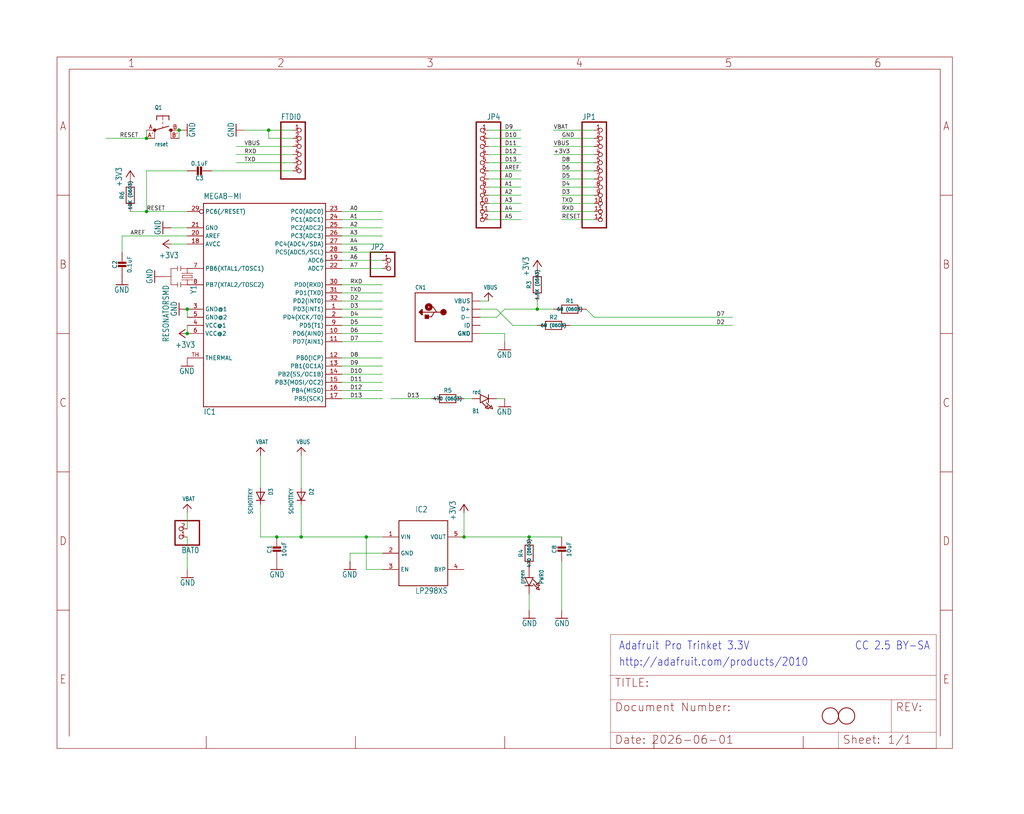
<source format=kicad_sch>
(kicad_sch (version 20230121) (generator eeschema)
  (paper "User" 319.507 254.127)
  (lib_symbols
    (symbol "working-eagle-import:+3V3" (power)
      (property "Value" "+3V3" (at -2.54 -5.08 90))
      (symbol "+3V3_1_0"
        (polyline (pts (xy 0 0) (xy -1.27 -1.905)) (stroke (width 0.254)))
        (polyline (pts (xy 1.27 -1.905) (xy 0 0)) (stroke (width 0.254)))
        (pin power_in line (at 0 -2.54 90) (length 2.54) (name "+3V3") (number "1"))
      )
    )
    (symbol "working-eagle-import:CAP_CERAMIC0805-NOOUTLINE"
      (property "Reference" "C" (at -2.29 1.25 90))
      (symbol "CAP_CERAMIC0805-NOOUTLINE_1_0"
        (rectangle (start -1.27 0.508) (end 1.27 1.016) (fill (type outline)))
        (rectangle (start -1.27 1.524) (end 1.27 2.032) (fill (type outline)))
        (polyline (pts (xy 0 0.762) (xy 0 0)) (stroke (width 0.1524)))
        (polyline (pts (xy 0 2.54) (xy 0 1.778)) (stroke (width 0.1524)))
        (pin passive line (at 0 5.08 270) (length 2.54) (name "1") (number "1"))
        (pin passive line (at 0 -2.54 90) (length 2.54) (name "2") (number "2"))
      )
    )
    (symbol "working-eagle-import:CAP_CERAMIC_0805MP"
      (property "Reference" "C" (at -2.29 1.25 90))
      (symbol "CAP_CERAMIC_0805MP_1_0"
        (rectangle (start -1.27 0.508) (end 1.27 1.016) (fill (type outline)))
        (rectangle (start -1.27 1.524) (end 1.27 2.032) (fill (type outline)))
        (polyline (pts (xy 0 0.762) (xy 0 0)) (stroke (width 0.1524)))
        (polyline (pts (xy 0 2.54) (xy 0 1.778)) (stroke (width 0.1524)))
        (pin passive line (at 0 5.08 270) (length 2.54) (name "1") (number "1"))
        (pin passive line (at 0 -2.54 90) (length 2.54) (name "2") (number "2"))
      )
    )
    (symbol "working-eagle-import:CON_JST_PH_2PIN"
      (property "Reference" "X" (at -6.35 5.715 0))
      (symbol "CON_JST_PH_2PIN_1_0"
        (polyline (pts (xy -6.35 -2.54) (xy 1.27 -2.54)) (stroke (width 0.4064)))
        (polyline (pts (xy -6.35 5.08) (xy -6.35 -2.54)) (stroke (width 0.4064)))
        (polyline (pts (xy 1.27 -2.54) (xy 1.27 5.08)) (stroke (width 0.4064)))
        (polyline (pts (xy 1.27 5.08) (xy -6.35 5.08)) (stroke (width 0.4064)))
        (pin passive inverted (at -2.54 2.54 0) (length 2.54) (name "1") (number "1"))
        (pin passive inverted (at -2.54 0 0) (length 2.54) (name "2") (number "2"))
      )
    )
    (symbol "working-eagle-import:DIODE_SOD-123FL"
      (property "Reference" "D" (at -2.54 2.54 0))
      (symbol "DIODE_SOD-123FL_1_0"
        (polyline (pts (xy -1.27 -1.27) (xy 1.27 0)) (stroke (width 0.254)))
        (polyline (pts (xy -1.27 1.27) (xy -1.27 -1.27)) (stroke (width 0.254)))
        (polyline (pts (xy 1.27 0) (xy -1.27 1.27)) (stroke (width 0.254)))
        (polyline (pts (xy 1.27 0) (xy 1.27 -1.27)) (stroke (width 0.254)))
        (polyline (pts (xy 1.27 1.27) (xy 1.27 0)) (stroke (width 0.254)))
        (pin passive line (at -2.54 0 0) (length 2.54) (name "A") (number "A"))
        (pin passive line (at 2.54 0 180) (length 2.54) (name "C") (number "C"))
      )
    )
    (symbol "working-eagle-import:FIDUCIAL"
      (symbol "FIDUCIAL_1_0"
        (circle (center 0 0) (radius 2.54) (stroke (width 0.254)))
      )
    )
    (symbol "working-eagle-import:FRAME_A_L"
      (symbol "FRAME_A_L_1_0"
        (polyline (pts (xy 0 43.18) (xy 3.81 43.18)))
        (polyline (pts (xy 0 86.36) (xy 3.81 86.36)))
        (polyline (pts (xy 0 129.54) (xy 3.81 129.54)))
        (polyline (pts (xy 0 172.72) (xy 3.81 172.72)))
        (polyline (pts (xy 3.81 3.81) (xy 3.81 212.09)))
        (polyline (pts (xy 46.5667 0) (xy 46.5667 3.81)))
        (polyline (pts (xy 93.1333 0) (xy 93.1333 3.81)))
        (polyline (pts (xy 139.7 0) (xy 139.7 3.81)))
        (polyline (pts (xy 186.2667 0) (xy 186.2667 3.81)))
        (polyline (pts (xy 232.8333 0) (xy 232.8333 3.81)))
        (polyline (pts (xy 275.59 3.81) (xy 275.59 212.09)))
        (polyline (pts (xy 275.59 43.18) (xy 279.4 43.18)))
        (polyline (pts (xy 275.59 86.36) (xy 279.4 86.36)))
        (polyline (pts (xy 275.59 129.54) (xy 279.4 129.54)))
        (polyline (pts (xy 275.59 172.72) (xy 279.4 172.72)))
        (polyline (pts (xy 275.59 212.09) (xy 3.81 212.09)))
        (polyline (pts (xy 0 0) (xy 279.4 0) (xy 279.4 215.9) (xy 0 215.9) (xy 0 0)))
        (text "1" (at 23.2833 213.995 0) (effects (font (size 2.54 2.286))))
        (text "2" (at 69.85 213.995 0) (effects (font (size 2.54 2.286))))
        (text "3" (at 116.4167 213.995 0) (effects (font (size 2.54 2.286))))
        (text "4" (at 162.9833 213.995 0) (effects (font (size 2.54 2.286))))
        (text "5" (at 209.55 213.995 0) (effects (font (size 2.54 2.286))))
        (text "6" (at 256.1167 213.995 0) (effects (font (size 2.54 2.286))))
        (text "A" (at 1.905 194.31 0) (effects (font (size 2.54 2.286))))
        (text "A" (at 277.495 194.31 0) (effects (font (size 2.54 2.286))))
        (text "B" (at 1.905 151.13 0) (effects (font (size 2.54 2.286))))
        (text "B" (at 277.495 151.13 0) (effects (font (size 2.54 2.286))))
        (text "C" (at 1.905 107.95 0) (effects (font (size 2.54 2.286))))
        (text "C" (at 277.495 107.95 0) (effects (font (size 2.54 2.286))))
        (text "D" (at 1.905 64.77 0) (effects (font (size 2.54 2.286))))
        (text "D" (at 277.495 64.77 0) (effects (font (size 2.54 2.286))))
        (text "E" (at 1.905 21.59 0) (effects (font (size 2.54 2.286))))
        (text "E" (at 277.495 21.59 0) (effects (font (size 2.54 2.286))))
      )
      (symbol "FRAME_A_L_2_0"
        (polyline (pts (xy 0 0) (xy 0 5.08)) (stroke (width 0.1016)))
        (polyline (pts (xy 0 0) (xy 71.12 0)) (stroke (width 0.1016)))
        (polyline (pts (xy 0 5.08) (xy 0 15.24)) (stroke (width 0.1016)))
        (polyline (pts (xy 0 5.08) (xy 71.12 5.08)) (stroke (width 0.1016)))
        (polyline (pts (xy 0 15.24) (xy 0 22.86)) (stroke (width 0.1016)))
        (polyline (pts (xy 0 22.86) (xy 0 35.56)) (stroke (width 0.1016)))
        (polyline (pts (xy 0 22.86) (xy 101.6 22.86)) (stroke (width 0.1016)))
        (polyline (pts (xy 71.12 0) (xy 101.6 0)) (stroke (width 0.1016)))
        (polyline (pts (xy 71.12 5.08) (xy 71.12 0)) (stroke (width 0.1016)))
        (polyline (pts (xy 71.12 5.08) (xy 87.63 5.08)) (stroke (width 0.1016)))
        (polyline (pts (xy 87.63 5.08) (xy 101.6 5.08)) (stroke (width 0.1016)))
        (polyline (pts (xy 87.63 15.24) (xy 0 15.24)) (stroke (width 0.1016)))
        (polyline (pts (xy 87.63 15.24) (xy 87.63 5.08)) (stroke (width 0.1016)))
        (polyline (pts (xy 101.6 5.08) (xy 101.6 0)) (stroke (width 0.1016)))
        (polyline (pts (xy 101.6 15.24) (xy 87.63 15.24)) (stroke (width 0.1016)))
        (polyline (pts (xy 101.6 15.24) (xy 101.6 5.08)) (stroke (width 0.1016)))
        (polyline (pts (xy 101.6 22.86) (xy 101.6 15.24)) (stroke (width 0.1016)))
        (polyline (pts (xy 101.6 35.56) (xy 0 35.56)) (stroke (width 0.1016)))
        (polyline (pts (xy 101.6 35.56) (xy 101.6 22.86)) (stroke (width 0.1016)))
        (text "${#}/${##}" (at 86.36 1.27 0) (effects (font (size 2.54 2.54)) (justify left bottom)))
        (text "${CURRENT_DATE}" (at 12.7 1.27 0) (effects (font (size 2.54 2.54)) (justify left bottom)))
        (text "${PROJECTNAME}" (at 17.78 19.05 0) (effects (font (size 2.54 2.54)) (justify left bottom)))
        (text "Date:" (at 1.27 1.27 0) (effects (font (size 2.54 2.54)) (justify left bottom)))
        (text "Document Number:" (at 1.27 11.43 0) (effects (font (size 2.54 2.54)) (justify left bottom)))
        (text "REV:" (at 88.9 11.43 0) (effects (font (size 2.54 2.54)) (justify left bottom)))
        (text "Sheet:" (at 72.39 1.27 0) (effects (font (size 2.54 2.54)) (justify left bottom)))
        (text "TITLE:" (at 1.27 19.05 0) (effects (font (size 2.54 2.54)) (justify left bottom)))
      )
    )
    (symbol "working-eagle-import:GND" (power)
      (property "Value" "GND" (at -2.54 -2.54 0))
      (symbol "GND_1_0"
        (polyline (pts (xy -1.905 0) (xy 1.905 0)) (stroke (width 0.254)))
        (pin power_in line (at 0 2.54 270) (length 2.54) (name "GND") (number "1"))
      )
    )
    (symbol "working-eagle-import:HEADER-1X2ROUND"
      (property "Reference" "JP" (at -6.35 5.715 0))
      (symbol "HEADER-1X2ROUND_1_0"
        (polyline (pts (xy -6.35 -2.54) (xy 1.27 -2.54)) (stroke (width 0.4064)))
        (polyline (pts (xy -6.35 5.08) (xy -6.35 -2.54)) (stroke (width 0.4064)))
        (polyline (pts (xy 1.27 -2.54) (xy 1.27 5.08)) (stroke (width 0.4064)))
        (polyline (pts (xy 1.27 5.08) (xy -6.35 5.08)) (stroke (width 0.4064)))
        (pin passive inverted (at -2.54 2.54 0) (length 2.54) (name "1") (number "1"))
        (pin passive inverted (at -2.54 0 0) (length 2.54) (name "2") (number "2"))
      )
    )
    (symbol "working-eagle-import:LED0805_NOOUTLINE"
      (property "Reference" "LED" (at -5.08 3.175 0))
      (symbol "LED0805_NOOUTLINE_1_0"
        (polyline (pts (xy -2.54 -1.27) (xy 0 0)) (stroke (width 0.254)))
        (polyline (pts (xy -2.54 1.27) (xy -2.54 -1.27)) (stroke (width 0.254)))
        (polyline (pts (xy -1.905 1.27) (xy -0.635 2.54)) (stroke (width 0.254)))
        (polyline (pts (xy -0.9525 2.8575) (xy -0.3175 2.2225)) (stroke (width 0.254)))
        (polyline (pts (xy -0.635 1.27) (xy 0.635 2.54)) (stroke (width 0.254)))
        (polyline (pts (xy -0.3175 2.2225) (xy 0 3.175)) (stroke (width 0.254)))
        (polyline (pts (xy 0 0) (xy -2.54 1.27)) (stroke (width 0.254)))
        (polyline (pts (xy 0 0) (xy 0 -1.27)) (stroke (width 0.254)))
        (polyline (pts (xy 0 1.27) (xy 0 0)) (stroke (width 0.254)))
        (polyline (pts (xy 0 3.175) (xy -0.9525 2.8575)) (stroke (width 0.254)))
        (polyline (pts (xy 0.3175 2.8575) (xy 0.9525 2.2225)) (stroke (width 0.254)))
        (polyline (pts (xy 0.9525 2.2225) (xy 1.27 3.175)) (stroke (width 0.254)))
        (polyline (pts (xy 1.27 3.175) (xy 0.3175 2.8575)) (stroke (width 0.254)))
        (pin passive line (at -5.08 0 0) (length 2.54) (name "A") (number "A"))
        (pin passive line (at 2.54 0 180) (length 2.54) (name "C") (number "C"))
      )
    )
    (symbol "working-eagle-import:LP298XS"
      (property "Reference" "IC" (at -12.7 -5.08 90))
      (symbol "LP298XS_1_0"
        (polyline (pts (xy -10.16 -10.16) (xy 10.16 -10.16)) (stroke (width 0.254)))
        (polyline (pts (xy -10.16 5.08) (xy -10.16 -10.16)) (stroke (width 0.254)))
        (polyline (pts (xy 10.16 -10.16) (xy 10.16 5.08)) (stroke (width 0.254)))
        (polyline (pts (xy 10.16 5.08) (xy -10.16 5.08)) (stroke (width 0.254)))
        (pin bidirectional line (at -5.08 -15.24 90) (length 5.08) (name "VIN") (number "1"))
        (pin bidirectional line (at 0 -15.24 90) (length 5.08) (name "GND") (number "2"))
        (pin bidirectional line (at 5.08 -15.24 90) (length 5.08) (name "EN") (number "3"))
        (pin bidirectional line (at 5.08 10.16 270) (length 5.08) (name "BYP") (number "4"))
        (pin bidirectional line (at -5.08 10.16 270) (length 5.08) (name "VOUT") (number "5"))
      )
    )
    (symbol "working-eagle-import:MEGA8-MI"
      (property "Reference" "IC" (at -17.78 -38.1 0))
      (symbol "MEGA8-MI_1_0"
        (polyline (pts (xy -17.78 -35.56) (xy -17.78 27.94)) (stroke (width 0.254)))
        (polyline (pts (xy -17.78 27.94) (xy 20.32 27.94)) (stroke (width 0.254)))
        (polyline (pts (xy 20.32 -35.56) (xy -17.78 -35.56)) (stroke (width 0.254)))
        (polyline (pts (xy 20.32 27.94) (xy 20.32 -35.56)) (stroke (width 0.254)))
        (pin bidirectional line (at 25.4 -5.08 180) (length 5.08) (name "PD3(INT1)") (number "1"))
        (pin bidirectional line (at 25.4 -12.7 180) (length 5.08) (name "PD6(AIN0)") (number "10"))
        (pin bidirectional line (at 25.4 -15.24 180) (length 5.08) (name "PD7(AIN1)") (number "11"))
        (pin bidirectional line (at 25.4 -20.32 180) (length 5.08) (name "PB0(ICP)") (number "12"))
        (pin bidirectional line (at 25.4 -22.86 180) (length 5.08) (name "PB1(OC1A)") (number "13"))
        (pin bidirectional line (at 25.4 -25.4 180) (length 5.08) (name "PB2(SS/OC1B)") (number "14"))
        (pin bidirectional line (at 25.4 -27.94 180) (length 5.08) (name "PB3(MOSI/OC2)") (number "15"))
        (pin bidirectional line (at 25.4 -30.48 180) (length 5.08) (name "PB4(MISO)") (number "16"))
        (pin bidirectional line (at 25.4 -33.02 180) (length 5.08) (name "PB5(SCK)") (number "17"))
        (pin power_in line (at -22.86 15.24 0) (length 5.08) (name "AVCC") (number "18"))
        (pin bidirectional line (at 25.4 10.16 180) (length 5.08) (name "ADC6") (number "19"))
        (pin bidirectional line (at 25.4 -7.62 180) (length 5.08) (name "PD4(XCK/T0)") (number "2"))
        (pin passive line (at -22.86 17.78 0) (length 5.08) (name "AREF") (number "20"))
        (pin power_in line (at -22.86 20.32 0) (length 5.08) (name "GND") (number "21"))
        (pin bidirectional line (at 25.4 7.62 180) (length 5.08) (name "ADC7") (number "22"))
        (pin bidirectional line (at 25.4 25.4 180) (length 5.08) (name "PC0(ADC0)") (number "23"))
        (pin bidirectional line (at 25.4 22.86 180) (length 5.08) (name "PC1(ADC1)") (number "24"))
        (pin bidirectional line (at 25.4 20.32 180) (length 5.08) (name "PC2(ADC2)") (number "25"))
        (pin bidirectional line (at 25.4 17.78 180) (length 5.08) (name "PC3(ADC3)") (number "26"))
        (pin bidirectional line (at 25.4 15.24 180) (length 5.08) (name "PC4(ADC4/SDA)") (number "27"))
        (pin bidirectional line (at 25.4 12.7 180) (length 5.08) (name "PC5(ADC5/SCL)") (number "28"))
        (pin bidirectional inverted (at -22.86 25.4 0) (length 5.08) (name "PC6(/RESET)") (number "29"))
        (pin power_in line (at -22.86 -5.08 0) (length 5.08) (name "GND@1") (number "3"))
        (pin bidirectional line (at 25.4 2.54 180) (length 5.08) (name "PD0(RXD)") (number "30"))
        (pin bidirectional line (at 25.4 0 180) (length 5.08) (name "PD1(TXD)") (number "31"))
        (pin bidirectional line (at 25.4 -2.54 180) (length 5.08) (name "PD2(INT0)") (number "32"))
        (pin power_in line (at -22.86 -10.16 0) (length 5.08) (name "VCC@1") (number "4"))
        (pin power_in line (at -22.86 -7.62 0) (length 5.08) (name "GND@2") (number "5"))
        (pin power_in line (at -22.86 -12.7 0) (length 5.08) (name "VCC@2") (number "6"))
        (pin bidirectional line (at -22.86 7.62 0) (length 5.08) (name "PB6(XTAL1/TOSC1)") (number "7"))
        (pin bidirectional line (at -22.86 2.54 0) (length 5.08) (name "PB7(XTAL2/TOSC2)") (number "8"))
        (pin bidirectional line (at 25.4 -10.16 180) (length 5.08) (name "PD5(T1)") (number "9"))
        (pin passive line (at -22.86 -20.32 0) (length 5.08) (name "THERMAL") (number "TH"))
      )
    )
    (symbol "working-eagle-import:PINHD-1X12-CB"
      (property "Reference" "JP" (at -6.35 15.875 0))
      (symbol "PINHD-1X12-CB_1_0"
        (polyline (pts (xy -6.35 -17.78) (xy 1.27 -17.78)) (stroke (width 0.4064)))
        (polyline (pts (xy -6.35 15.24) (xy -6.35 -17.78)) (stroke (width 0.4064)))
        (polyline (pts (xy 1.27 -17.78) (xy 1.27 15.24)) (stroke (width 0.4064)))
        (polyline (pts (xy 1.27 15.24) (xy -6.35 15.24)) (stroke (width 0.4064)))
        (pin passive inverted (at -2.54 12.7 0) (length 2.54) (name "1") (number "1"))
        (pin passive inverted (at -2.54 -10.16 0) (length 2.54) (name "10") (number "10"))
        (pin passive inverted (at -2.54 -12.7 0) (length 2.54) (name "11") (number "11"))
        (pin passive inverted (at -2.54 -15.24 0) (length 2.54) (name "12") (number "12"))
        (pin passive inverted (at -2.54 10.16 0) (length 2.54) (name "2") (number "2"))
        (pin passive inverted (at -2.54 7.62 0) (length 2.54) (name "3") (number "3"))
        (pin passive inverted (at -2.54 5.08 0) (length 2.54) (name "4") (number "4"))
        (pin passive inverted (at -2.54 2.54 0) (length 2.54) (name "5") (number "5"))
        (pin passive inverted (at -2.54 0 0) (length 2.54) (name "6") (number "6"))
        (pin passive inverted (at -2.54 -2.54 0) (length 2.54) (name "7") (number "7"))
        (pin passive inverted (at -2.54 -5.08 0) (length 2.54) (name "8") (number "8"))
        (pin passive inverted (at -2.54 -7.62 0) (length 2.54) (name "9") (number "9"))
      )
    )
    (symbol "working-eagle-import:PINHD-1X6CB"
      (property "Reference" "JP" (at -6.35 10.795 0))
      (symbol "PINHD-1X6CB_1_0"
        (polyline (pts (xy -6.35 -7.62) (xy 1.27 -7.62)) (stroke (width 0.4064)))
        (polyline (pts (xy -6.35 10.16) (xy -6.35 -7.62)) (stroke (width 0.4064)))
        (polyline (pts (xy 1.27 -7.62) (xy 1.27 10.16)) (stroke (width 0.4064)))
        (polyline (pts (xy 1.27 10.16) (xy -6.35 10.16)) (stroke (width 0.4064)))
        (pin passive inverted (at -2.54 7.62 0) (length 2.54) (name "1") (number "1"))
        (pin passive inverted (at -2.54 5.08 0) (length 2.54) (name "2") (number "2"))
        (pin passive inverted (at -2.54 2.54 0) (length 2.54) (name "3") (number "3"))
        (pin passive inverted (at -2.54 0 0) (length 2.54) (name "4") (number "4"))
        (pin passive inverted (at -2.54 -2.54 0) (length 2.54) (name "5") (number "5"))
        (pin passive inverted (at -2.54 -5.08 0) (length 2.54) (name "6") (number "6"))
      )
    )
    (symbol "working-eagle-import:RESISTOR0805_NOOUTLINE"
      (property "Reference" "R" (at 0 2.54 0))
      (symbol "RESISTOR0805_NOOUTLINE_1_0"
        (polyline (pts (xy -2.54 -1.27) (xy -2.54 1.27)) (stroke (width 0.254)))
        (polyline (pts (xy -2.54 1.27) (xy 2.54 1.27)) (stroke (width 0.254)))
        (polyline (pts (xy 2.54 -1.27) (xy -2.54 -1.27)) (stroke (width 0.254)))
        (polyline (pts (xy 2.54 1.27) (xy 2.54 -1.27)) (stroke (width 0.254)))
        (pin passive line (at -5.08 0 0) (length 2.54) (name "1") (number "1"))
        (pin passive line (at 5.08 0 180) (length 2.54) (name "2") (number "2"))
      )
    )
    (symbol "working-eagle-import:RESISTOR_0603_NOOUT"
      (property "Reference" "R" (at 0 2.54 0))
      (symbol "RESISTOR_0603_NOOUT_1_0"
        (polyline (pts (xy -2.54 -1.27) (xy -2.54 1.27)) (stroke (width 0.254)))
        (polyline (pts (xy -2.54 1.27) (xy 2.54 1.27)) (stroke (width 0.254)))
        (polyline (pts (xy 2.54 -1.27) (xy -2.54 -1.27)) (stroke (width 0.254)))
        (polyline (pts (xy 2.54 1.27) (xy 2.54 -1.27)) (stroke (width 0.254)))
        (pin passive line (at -5.08 0 0) (length 2.54) (name "1") (number "1"))
        (pin passive line (at 5.08 0 180) (length 2.54) (name "2") (number "2"))
      )
    )
    (symbol "working-eagle-import:RESONATORSMD"
      (property "Reference" "Y" (at 2.54 1.016 0))
      (symbol "RESONATORSMD_1_0"
        (polyline (pts (xy -2.54 -3.048) (xy -3.302 -3.048)) (stroke (width 0.1524)))
        (polyline (pts (xy -2.54 -3.048) (xy -2.54 -5.08)) (stroke (width 0.1524)))
        (polyline (pts (xy -2.54 -2.032) (xy -3.302 -2.032)) (stroke (width 0.1524)))
        (polyline (pts (xy -2.54 -2.032) (xy -2.54 0)) (stroke (width 0.1524)))
        (polyline (pts (xy -2.54 0) (xy -1.016 0)) (stroke (width 0.1524)))
        (polyline (pts (xy -1.778 -3.048) (xy -2.54 -3.048)) (stroke (width 0.1524)))
        (polyline (pts (xy -1.778 -2.032) (xy -2.54 -2.032)) (stroke (width 0.1524)))
        (polyline (pts (xy -1.016 0) (xy -1.016 -1.778)) (stroke (width 0.1524)))
        (polyline (pts (xy -1.016 1.778) (xy -1.016 0)) (stroke (width 0.1524)))
        (polyline (pts (xy -0.381 -1.524) (xy 0.381 -1.524)) (stroke (width 0.1524)))
        (polyline (pts (xy -0.381 1.524) (xy -0.381 -1.524)) (stroke (width 0.1524)))
        (polyline (pts (xy 0 -5.08) (xy -2.54 -5.08)) (stroke (width 0.1524)))
        (polyline (pts (xy 0 -5.08) (xy 0 -7.62)) (stroke (width 0.1524)))
        (polyline (pts (xy 0.381 -1.524) (xy 0.381 1.524)) (stroke (width 0.1524)))
        (polyline (pts (xy 0.381 1.524) (xy -0.381 1.524)) (stroke (width 0.1524)))
        (polyline (pts (xy 1.016 0) (xy 1.016 -1.778)) (stroke (width 0.1524)))
        (polyline (pts (xy 1.016 0) (xy 2.54 0)) (stroke (width 0.1524)))
        (polyline (pts (xy 1.016 1.778) (xy 1.016 0)) (stroke (width 0.1524)))
        (polyline (pts (xy 2.54 -5.08) (xy 0 -5.08)) (stroke (width 0.1524)))
        (polyline (pts (xy 2.54 -3.048) (xy 1.778 -3.048)) (stroke (width 0.1524)))
        (polyline (pts (xy 2.54 -3.048) (xy 2.54 -5.08)) (stroke (width 0.1524)))
        (polyline (pts (xy 2.54 -2.032) (xy 1.778 -2.032)) (stroke (width 0.1524)))
        (polyline (pts (xy 2.54 0) (xy 2.54 -2.032)) (stroke (width 0.1524)))
        (polyline (pts (xy 3.302 -3.048) (xy 2.54 -3.048)) (stroke (width 0.1524)))
        (polyline (pts (xy 3.302 -2.032) (xy 2.54 -2.032)) (stroke (width 0.1524)))
        (pin passive line (at -2.54 0 0) (length 0) (name "1") (number "1"))
        (pin passive line (at 0 -7.62 90) (length 0) (name "2") (number "2"))
        (pin passive line (at 2.54 0 180) (length 0) (name "3") (number "3"))
      )
    )
    (symbol "working-eagle-import:SWITCH_TACT_SMT4.6X2.8"
      (property "Reference" "SW" (at -2.54 6.35 0))
      (symbol "SWITCH_TACT_SMT4.6X2.8_1_0"
        (circle (center -2.54 0) (radius 0.127) (stroke (width 0.4064)))
        (polyline (pts (xy -2.54 -2.54) (xy -2.54 0)) (stroke (width 0.1524)))
        (polyline (pts (xy -2.54 0) (xy 1.905 1.27)) (stroke (width 0.254)))
        (polyline (pts (xy -1.905 4.445) (xy -1.905 3.175)) (stroke (width 0.254)))
        (polyline (pts (xy 0 1.27) (xy 0 0.635)) (stroke (width 0.1524)))
        (polyline (pts (xy 0 2.54) (xy 0 1.905)) (stroke (width 0.1524)))
        (polyline (pts (xy 0 4.445) (xy -1.905 4.445)) (stroke (width 0.254)))
        (polyline (pts (xy 0 4.445) (xy 0 3.175)) (stroke (width 0.1524)))
        (polyline (pts (xy 1.905 0) (xy 2.54 0)) (stroke (width 0.254)))
        (polyline (pts (xy 1.905 4.445) (xy 0 4.445)) (stroke (width 0.254)))
        (polyline (pts (xy 1.905 4.445) (xy 1.905 3.175)) (stroke (width 0.254)))
        (polyline (pts (xy 2.54 -2.54) (xy 2.54 0)) (stroke (width 0.1524)))
        (circle (center 2.54 0) (radius 0.127) (stroke (width 0.4064)))
        (pin passive line (at -5.08 0 0) (length 2.54) (name "P") (number "A"))
        (pin passive line (at -5.08 -2.54 0) (length 2.54) (name "P1") (number "A'"))
        (pin passive line (at 5.08 0 180) (length 2.54) (name "S") (number "B"))
        (pin passive line (at 5.08 -2.54 180) (length 2.54) (name "S1") (number "B'"))
      )
    )
    (symbol "working-eagle-import:USBMICRO_20329"
      (property "Reference" "X" (at -10.16 8.636 0))
      (symbol "USBMICRO_20329_1_0"
        (rectangle (start -7.12 -0.45) (end -5.92 0.75) (fill (type outline)))
        (circle (center -5.92 3.2) (radius 0.2) (stroke (width 1)))
        (circle (center -1.32 1.6) (radius 0.5) (stroke (width 1)))
        (polyline (pts (xy -10.2 7.62) (xy -10.16 7.62)) (stroke (width 0.254)))
        (polyline (pts (xy -10.16 -7.62) (xy 7.62 -7.62)) (stroke (width 0.254)))
        (polyline (pts (xy -10.16 7.62) (xy -10.16 -7.62)) (stroke (width 0.254)))
        (polyline (pts (xy -10.16 7.62) (xy 7.62 7.62)) (stroke (width 0.254)))
        (polyline (pts (xy -8.92 1.6) (xy -8.12 2.4)) (stroke (width 0.254)))
        (polyline (pts (xy -8.52 1.4) (xy -8.32 1.2)) (stroke (width 0.254)))
        (polyline (pts (xy -8.52 1.6) (xy -8.52 1.4)) (stroke (width 0.254)))
        (polyline (pts (xy -8.32 1.2) (xy -8.32 2)) (stroke (width 0.254)))
        (polyline (pts (xy -8.32 2) (xy -8.72 1.6)) (stroke (width 0.254)))
        (polyline (pts (xy -8.12 0.8) (xy -8.92 1.6)) (stroke (width 0.254)))
        (polyline (pts (xy -8.12 1) (xy -8.12 2.4)) (stroke (width 0.254)))
        (polyline (pts (xy -8.12 2.4) (xy -7.92 2.4)) (stroke (width 0.254)))
        (polyline (pts (xy -7.92 0.8) (xy -8.12 0.8)) (stroke (width 0.254)))
        (polyline (pts (xy -7.92 1.6) (xy -7.92 0.8)) (stroke (width 0.254)))
        (polyline (pts (xy -7.92 2.4) (xy -7.92 1.6)) (stroke (width 0.254)))
        (polyline (pts (xy -6.27 0.15) (xy -5.07 0.15)) (stroke (width 0.254)))
        (polyline (pts (xy -5.52 3.2) (xy -4.52 3.2)) (stroke (width 0.254)))
        (polyline (pts (xy -5.07 0.15) (xy -4.22 1.6)) (stroke (width 0.254)))
        (polyline (pts (xy -4.52 3.2) (xy -3.47 1.6)) (stroke (width 0.254)))
        (polyline (pts (xy -4.22 1.6) (xy -7.92 1.6)) (stroke (width 0.254)))
        (polyline (pts (xy -3.47 1.6) (xy -4.22 1.6)) (stroke (width 0.254)))
        (polyline (pts (xy -1.32 1.6) (xy -3.47 1.6)) (stroke (width 0.254)))
        (polyline (pts (xy 7.62 7.62) (xy 7.62 -7.62)) (stroke (width 0.254)))
        (pin power_in line (at 10.16 -5.08 180) (length 2.54) (name "GND") (number "BASE@1"))
        (pin power_in line (at 10.16 -5.08 180) (length 2.54) (name "GND") (number "BASE@2"))
        (pin bidirectional line (at 10.16 2.54 180) (length 2.54) (name "D+") (number "D+"))
        (pin bidirectional line (at 10.16 0 180) (length 2.54) (name "D-") (number "D-"))
        (pin power_in line (at 10.16 -5.08 180) (length 2.54) (name "GND") (number "GND"))
        (pin bidirectional line (at 10.16 -2.54 180) (length 2.54) (name "ID") (number "ID"))
        (pin power_in line (at 10.16 -5.08 180) (length 2.54) (name "GND") (number "SPRT@1"))
        (pin power_in line (at 10.16 -5.08 180) (length 2.54) (name "GND") (number "SPRT@2"))
        (pin power_in line (at 10.16 -5.08 180) (length 2.54) (name "GND") (number "SPRT@3"))
        (pin power_in line (at 10.16 -5.08 180) (length 2.54) (name "GND") (number "SPRT@4"))
        (pin power_in line (at 10.16 5.08 180) (length 2.54) (name "VBUS") (number "VBUS"))
      )
    )
    (symbol "working-eagle-import:VBAT" (power)
      (property "Value" "VBAT" (at -1.524 1.016 0))
      (symbol "VBAT_1_0"
        (polyline (pts (xy -1.27 -1.27) (xy 0 0)) (stroke (width 0.254)))
        (polyline (pts (xy 0 0) (xy 1.27 -1.27)) (stroke (width 0.254)))
        (pin power_in line (at 0 -2.54 90) (length 2.54) (name "VBAT") (number "1"))
      )
    )
    (symbol "working-eagle-import:VBUS" (power)
      (property "Value" "VBUS" (at -1.524 1.016 0))
      (symbol "VBUS_1_0"
        (polyline (pts (xy -1.27 -1.27) (xy 0 0)) (stroke (width 0.254)))
        (polyline (pts (xy 0 0) (xy 1.27 -1.27)) (stroke (width 0.254)))
        (pin power_in line (at 0 -2.54 90) (length 2.54) (name "VBUS") (number "1"))
      )
    )
  )
  (junction (at 58.42 96.52))
  (junction (at 58.42 104.14))
  (junction (at 45.72 43.18))
  (junction (at 83.82 40.64))
  (junction (at 86.36 167.64))
  (junction (at 55.88 40.64))
  (junction (at 114.3 167.64))
  (junction (at 144.78 167.64))
  (junction (at 167.64 96.52))
  (junction (at 165.1 167.64))
  (junction (at 93.98 167.64))
  (junction (at 45.72 66.04))
  (wire (pts (xy 152.4 40.64) (xy 162.56 40.64)) (stroke (width 0.1524)))
  (wire (pts (xy 152.4 58.42) (xy 162.56 58.42)) (stroke (width 0.1524)))
  (wire (pts (xy 119.38 83.82) (xy 106.68 83.82)) (stroke (width 0.1524)))
  (wire (pts (xy 114.3 167.64) (xy 119.38 167.64)) (stroke (width 0.1524)))
  (wire (pts (xy 53.34 76.2) (xy 58.42 76.2)) (stroke (width 0.1524)))
  (wire (pts (xy 119.38 88.9) (xy 106.68 88.9)) (stroke (width 0.1524)))
  (wire (pts (xy 175.26 58.42) (xy 185.42 58.42)) (stroke (width 0.1524)))
  (wire (pts (xy 157.48 124.46) (xy 154.94 124.46)) (stroke (width 0.1524)))
  (wire (pts (xy 91.44 53.34) (xy 66.04 53.34)) (stroke (width 0.1524)))
  (wire (pts (xy 119.38 177.8) (xy 114.3 177.8)) (stroke (width 0.1524)))
  (wire (pts (xy 119.38 73.66) (xy 106.68 73.66)) (stroke (width 0.1524)))
  (wire (pts (xy 58.42 101.6) (xy 58.42 104.14)) (stroke (width 0.1524)))
  (wire (pts (xy 167.64 93.98) (xy 167.64 96.52)) (stroke (width 0.1524)))
  (wire (pts (xy 185.42 48.26) (xy 172.72 48.26)) (stroke (width 0.1524)))
  (wire (pts (xy 175.26 53.34) (xy 185.42 53.34)) (stroke (width 0.1524)))
  (wire (pts (xy 106.68 116.84) (xy 119.38 116.84)) (stroke (width 0.1524)))
  (wire (pts (xy 106.68 66.04) (xy 119.38 66.04)) (stroke (width 0.1524)))
  (wire (pts (xy 114.3 177.8) (xy 114.3 167.64)) (stroke (width 0.1524)))
  (wire (pts (xy 160.02 101.6) (xy 167.64 101.6)) (stroke (width 0.1524)))
  (wire (pts (xy 185.42 50.8) (xy 175.26 50.8)) (stroke (width 0.1524)))
  (wire (pts (xy 119.38 96.52) (xy 106.68 96.52)) (stroke (width 0.1524)))
  (wire (pts (xy 185.42 60.96) (xy 175.26 60.96)) (stroke (width 0.1524)))
  (wire (pts (xy 157.48 96.52) (xy 167.64 96.52)) (stroke (width 0.1524)))
  (wire (pts (xy 38.1 73.66) (xy 38.1 78.74)) (stroke (width 0.1524)))
  (wire (pts (xy 149.86 104.14) (xy 157.48 104.14)) (stroke (width 0.1524)))
  (wire (pts (xy 185.42 68.58) (xy 175.26 68.58)) (stroke (width 0.1524)))
  (wire (pts (xy 109.22 172.72) (xy 109.22 175.26)) (stroke (width 0.1524)))
  (wire (pts (xy 149.86 99.06) (xy 154.94 99.06)) (stroke (width 0.1524)))
  (wire (pts (xy 152.4 53.34) (xy 162.56 53.34)) (stroke (width 0.1524)))
  (wire (pts (xy 73.66 50.8) (xy 91.44 50.8)) (stroke (width 0.1524)))
  (wire (pts (xy 152.4 55.88) (xy 162.56 55.88)) (stroke (width 0.1524)))
  (wire (pts (xy 83.82 40.64) (xy 76.2 40.64)) (stroke (width 0.1524)))
  (wire (pts (xy 91.44 48.26) (xy 73.66 48.26)) (stroke (width 0.1524)))
  (wire (pts (xy 45.72 53.34) (xy 45.72 66.04)) (stroke (width 0.1524)))
  (wire (pts (xy 93.98 167.64) (xy 86.36 167.64)) (stroke (width 0.1524)))
  (wire (pts (xy 119.38 71.12) (xy 106.68 71.12)) (stroke (width 0.1524)))
  (wire (pts (xy 106.68 106.68) (xy 119.38 106.68)) (stroke (width 0.1524)))
  (wire (pts (xy 152.4 60.96) (xy 162.56 60.96)) (stroke (width 0.1524)))
  (wire (pts (xy 106.68 68.58) (xy 119.38 68.58)) (stroke (width 0.1524)))
  (wire (pts (xy 58.42 165.1) (xy 58.42 160.02)) (stroke (width 0.1524)))
  (wire (pts (xy 106.68 119.38) (xy 119.38 119.38)) (stroke (width 0.1524)))
  (wire (pts (xy 154.94 96.52) (xy 160.02 101.6)) (stroke (width 0.1524)))
  (wire (pts (xy 45.72 66.04) (xy 40.64 66.04)) (stroke (width 0.1524)))
  (wire (pts (xy 106.68 114.3) (xy 119.38 114.3)) (stroke (width 0.1524)))
  (wire (pts (xy 53.34 71.12) (xy 58.42 71.12)) (stroke (width 0.1524)))
  (wire (pts (xy 177.8 101.6) (xy 228.6 101.6)) (stroke (width 0.1524)))
  (wire (pts (xy 167.64 96.52) (xy 172.72 96.52)) (stroke (width 0.1524)))
  (wire (pts (xy 45.72 43.18) (xy 33.02 43.18)) (stroke (width 0.1524)))
  (wire (pts (xy 152.4 48.26) (xy 162.56 48.26)) (stroke (width 0.1524)))
  (wire (pts (xy 185.42 45.72) (xy 172.72 45.72)) (stroke (width 0.1524)))
  (wire (pts (xy 185.42 99.06) (xy 228.6 99.06)) (stroke (width 0.1524)))
  (wire (pts (xy 154.94 99.06) (xy 157.48 96.52)) (stroke (width 0.1524)))
  (wire (pts (xy 55.88 43.18) (xy 55.88 40.64)) (stroke (width 0.1524)))
  (wire (pts (xy 119.38 91.44) (xy 106.68 91.44)) (stroke (width 0.1524)))
  (wire (pts (xy 144.78 160.02) (xy 144.78 167.64)) (stroke (width 0.1524)))
  (wire (pts (xy 152.4 50.8) (xy 162.56 50.8)) (stroke (width 0.1524)))
  (wire (pts (xy 58.42 53.34) (xy 45.72 53.34)) (stroke (width 0.1524)))
  (wire (pts (xy 93.98 167.64) (xy 114.3 167.64)) (stroke (width 0.1524)))
  (wire (pts (xy 106.68 101.6) (xy 119.38 101.6)) (stroke (width 0.1524)))
  (wire (pts (xy 119.38 172.72) (xy 109.22 172.72)) (stroke (width 0.1524)))
  (wire (pts (xy 93.98 157.48) (xy 93.98 167.64)) (stroke (width 0.1524)))
  (wire (pts (xy 152.4 63.5) (xy 162.56 63.5)) (stroke (width 0.1524)))
  (wire (pts (xy 157.48 104.14) (xy 157.48 106.68)) (stroke (width 0.1524)))
  (wire (pts (xy 185.42 43.18) (xy 175.26 43.18)) (stroke (width 0.1524)))
  (wire (pts (xy 149.86 96.52) (xy 154.94 96.52)) (stroke (width 0.1524)))
  (wire (pts (xy 119.38 76.2) (xy 106.68 76.2)) (stroke (width 0.1524)))
  (wire (pts (xy 152.4 45.72) (xy 162.56 45.72)) (stroke (width 0.1524)))
  (wire (pts (xy 58.42 99.06) (xy 58.42 96.52)) (stroke (width 0.1524)))
  (wire (pts (xy 106.68 124.46) (xy 119.38 124.46)) (stroke (width 0.1524)))
  (wire (pts (xy 106.68 93.98) (xy 119.38 93.98)) (stroke (width 0.1524)))
  (wire (pts (xy 91.44 43.18) (xy 83.82 43.18)) (stroke (width 0.1524)))
  (wire (pts (xy 106.68 111.76) (xy 119.38 111.76)) (stroke (width 0.1524)))
  (wire (pts (xy 152.4 43.18) (xy 162.56 43.18)) (stroke (width 0.1524)))
  (wire (pts (xy 45.72 43.18) (xy 45.72 40.64)) (stroke (width 0.1524)))
  (wire (pts (xy 185.42 66.04) (xy 175.26 66.04)) (stroke (width 0.1524)))
  (wire (pts (xy 81.28 167.64) (xy 81.28 157.48)) (stroke (width 0.1524)))
  (wire (pts (xy 119.38 104.14) (xy 106.68 104.14)) (stroke (width 0.1524)))
  (wire (pts (xy 91.44 45.72) (xy 73.66 45.72)) (stroke (width 0.1524)))
  (wire (pts (xy 81.28 142.24) (xy 81.28 152.4)) (stroke (width 0.1524)))
  (wire (pts (xy 119.38 81.28) (xy 106.68 81.28)) (stroke (width 0.1524)))
  (wire (pts (xy 83.82 43.18) (xy 83.82 40.64)) (stroke (width 0.1524)))
  (wire (pts (xy 106.68 121.92) (xy 119.38 121.92)) (stroke (width 0.1524)))
  (wire (pts (xy 165.1 167.64) (xy 175.26 167.64)) (stroke (width 0.1524)))
  (wire (pts (xy 91.44 40.64) (xy 83.82 40.64)) (stroke (width 0.1524)))
  (wire (pts (xy 93.98 152.4) (xy 93.98 142.24)) (stroke (width 0.1524)))
  (wire (pts (xy 185.42 40.64) (xy 172.72 40.64)) (stroke (width 0.1524)))
  (wire (pts (xy 144.78 124.46) (xy 147.32 124.46)) (stroke (width 0.1524)))
  (wire (pts (xy 152.4 93.98) (xy 149.86 93.98)) (stroke (width 0.1524)))
  (wire (pts (xy 182.88 96.52) (xy 185.42 99.06)) (stroke (width 0.1524)))
  (wire (pts (xy 144.78 167.64) (xy 165.1 167.64)) (stroke (width 0.1524)))
  (wire (pts (xy 119.38 99.06) (xy 106.68 99.06)) (stroke (width 0.1524)))
  (wire (pts (xy 121.92 124.46) (xy 134.62 124.46)) (stroke (width 0.1524)))
  (wire (pts (xy 58.42 73.66) (xy 38.1 73.66)) (stroke (width 0.1524)))
  (wire (pts (xy 58.42 177.8) (xy 58.42 167.64)) (stroke (width 0.1524)))
  (wire (pts (xy 175.26 190.5) (xy 175.26 175.26)) (stroke (width 0.1524)))
  (wire (pts (xy 86.36 167.64) (xy 81.28 167.64)) (stroke (width 0.1524)))
  (wire (pts (xy 152.4 66.04) (xy 162.56 66.04)) (stroke (width 0.1524)))
  (wire (pts (xy 152.4 68.58) (xy 162.56 68.58)) (stroke (width 0.1524)))
  (wire (pts (xy 165.1 190.5) (xy 165.1 185.42)) (stroke (width 0.1524)))
  (wire (pts (xy 119.38 78.74) (xy 106.68 78.74)) (stroke (width 0.1524)))
  (wire (pts (xy 185.42 63.5) (xy 175.26 63.5)) (stroke (width 0.1524)))
  (wire (pts (xy 185.42 55.88) (xy 175.26 55.88)) (stroke (width 0.1524)))
  (wire (pts (xy 58.42 66.04) (xy 45.72 66.04)) (stroke (width 0.1524)))
  (text "http://adafruit.com/products/2010" (at 193.04 208.28 0) (effects (font (size 2.54 2.159)) (justify left bottom)))
  (text "Adafruit Pro Trinket 3.3V" (at 193.04 203.2 0) (effects (font (size 2.54 2.159)) (justify left bottom)))
  (text "CC 2.5 BY-SA" (at 266.7 203.2 0) (effects (font (size 2.54 2.159)) (justify left bottom)))
  (label "D8" (at 109.22 111.76 0) (effects (font (size 1.2446 1.2446))))
  (label "A7" (at 109.22 83.82 0) (effects (font (size 1.2446 1.2446))))
  (label "RESET" (at 43.18 43.18 180) (effects (font (size 1.2446 1.2446))))
  (label "D10" (at 157.48 43.18 0) (effects (font (size 1.2446 1.2446))))
  (label "D7" (at 109.22 106.68 0) (effects (font (size 1.2446 1.2446))))
  (label "+3V3" (at 172.72 48.26 0) (effects (font (size 1.2446 1.2446))))
  (label "D13" (at 157.48 50.8 0) (effects (font (size 1.2446 1.2446))))
  (label "A1" (at 109.22 68.58 0) (effects (font (size 1.2446 1.2446))))
  (label "D12" (at 109.22 121.92 0) (effects (font (size 1.2446 1.2446))))
  (label "D12" (at 157.48 48.26 0) (effects (font (size 1.2446 1.2446))))
  (label "TXD" (at 109.22 91.44 0) (effects (font (size 1.2446 1.2446))))
  (label "D5" (at 175.26 55.88 0) (effects (font (size 1.2446 1.2446))))
  (label "D5" (at 109.22 101.6 0) (effects (font (size 1.2446 1.2446))))
  (label "A5" (at 109.22 78.74 0) (effects (font (size 1.2446 1.2446))))
  (label "VBAT" (at 172.72 40.64 0) (effects (font (size 1.2446 1.2446))))
  (label "D11" (at 157.48 45.72 0) (effects (font (size 1.2446 1.2446))))
  (label "D6" (at 175.26 53.34 0) (effects (font (size 1.2446 1.2446))))
  (label "D3" (at 109.22 96.52 0) (effects (font (size 1.2446 1.2446))))
  (label "A0" (at 157.48 55.88 0) (effects (font (size 1.2446 1.2446))))
  (label "D7" (at 223.52 99.06 0) (effects (font (size 1.2446 1.2446))))
  (label "VBUS" (at 76.2 45.72 0) (effects (font (size 1.2446 1.2446))))
  (label "A3" (at 157.48 63.5 0) (effects (font (size 1.2446 1.2446))))
  (label "RXD" (at 175.26 66.04 0) (effects (font (size 1.2446 1.2446))))
  (label "A1" (at 157.48 58.42 0) (effects (font (size 1.2446 1.2446))))
  (label "A0" (at 109.22 66.04 0) (effects (font (size 1.2446 1.2446))))
  (label "A4" (at 157.48 66.04 0) (effects (font (size 1.2446 1.2446))))
  (label "AREF" (at 40.64 73.66 0) (effects (font (size 1.2446 1.2446))))
  (label "D4" (at 175.26 58.42 0) (effects (font (size 1.2446 1.2446))))
  (label "D13" (at 127 124.46 0) (effects (font (size 1.2446 1.2446))))
  (label "D11" (at 109.22 119.38 0) (effects (font (size 1.2446 1.2446))))
  (label "A5" (at 157.48 68.58 0) (effects (font (size 1.2446 1.2446))))
  (label "D6" (at 109.22 104.14 0) (effects (font (size 1.2446 1.2446))))
  (label "D3" (at 175.26 60.96 0) (effects (font (size 1.2446 1.2446))))
  (label "GND" (at 175.26 43.18 0) (effects (font (size 1.2446 1.2446))))
  (label "RESET" (at 175.26 68.58 0) (effects (font (size 1.2446 1.2446))))
  (label "TXD" (at 76.2 50.8 0) (effects (font (size 1.2446 1.2446))))
  (label "D9" (at 157.48 40.64 0) (effects (font (size 1.2446 1.2446))))
  (label "A2" (at 109.22 71.12 0) (effects (font (size 1.2446 1.2446))))
  (label "TXD" (at 175.26 63.5 0) (effects (font (size 1.2446 1.2446))))
  (label "D8" (at 175.26 50.8 0) (effects (font (size 1.2446 1.2446))))
  (label "A6" (at 109.22 81.28 0) (effects (font (size 1.2446 1.2446))))
  (label "D13" (at 109.22 124.46 0) (effects (font (size 1.2446 1.2446))))
  (label "RESET" (at 45.72 66.04 0) (effects (font (size 1.2446 1.2446))))
  (label "D2" (at 109.22 93.98 0) (effects (font (size 1.2446 1.2446))))
  (label "A3" (at 109.22 73.66 0) (effects (font (size 1.2446 1.2446))))
  (label "VBUS" (at 172.72 45.72 0) (effects (font (size 1.2446 1.2446))))
  (label "A4" (at 109.22 76.2 0) (effects (font (size 1.2446 1.2446))))
  (label "RXD" (at 109.22 88.9 0) (effects (font (size 1.2446 1.2446))))
  (label "D4" (at 109.22 99.06 0) (effects (font (size 1.2446 1.2446))))
  (label "RXD" (at 76.2 48.26 0) (effects (font (size 1.2446 1.2446))))
  (label "AREF" (at 157.48 53.34 0) (effects (font (size 1.2446 1.2446))))
  (label "D2" (at 223.52 101.6 0) (effects (font (size 1.2446 1.2446))))
  (label "A2" (at 157.48 60.96 0) (effects (font (size 1.2446 1.2446))))
  (label "D9" (at 109.22 114.3 0) (effects (font (size 1.2446 1.2446))))
  (label "D10" (at 109.22 116.84 0) (effects (font (size 1.2446 1.2446))))
  (symbol (lib_id "working-eagle-import:LP298XS") (at 134.62 172.72 270) (unit 1)
    (property "Reference" "IC2" (at 129.54 160.02 90) (effects (font (size 1.778 1.5113)) (justify left bottom)))
    (property "Value" "LP298XS" (at 129.54 185.42 90) (effects (font (size 1.778 1.5113)) (justify left bottom)))
    (property "Footprint" "working:SOT23-5L" (effects hide))
  )
  (symbol (lib_id "working-eagle-import:HEADER-1X2ROUND") (at 121.92 83.82 0) (unit 1)
    (property "Reference" "JP2" (at 115.57 78.105 0) (effects (font (size 1.778 1.5113)) (justify left bottom)))
    (property "Value" "HEADER-1X2ROUND" (effects hide))
    (property "Footprint" "working:1X02_ROUND" (effects hide))
  )
  (symbol (lib_id "working-eagle-import:RESISTOR_0603_NOOUT") (at 167.64 88.9 90) (unit 1)
    (property "Reference" "R3" (at 165.1 88.9 0))
    (property "Value" "1.5K (0603)" (at 167.64 88.9 0) (effects (font (size 1.016 1.016) bold)))
    (property "Footprint" "working:0603-NO" (effects hide))
  )
  (symbol (lib_id "working-eagle-import:RESISTOR_0603_NOOUT") (at 139.7 124.46 0) (mirror y) (unit 1)
    (property "Reference" "R5" (at 139.7 121.92 0))
    (property "Value" "470 (0603)" (at 139.7 124.46 0) (effects (font (size 1.016 1.016) bold)))
    (property "Footprint" "working:0603-NO" (effects hide))
  )
  (symbol (lib_id "working-eagle-import:PINHD-1X6CB") (at 93.98 48.26 0) (unit 1)
    (property "Reference" "FTDI0" (at 87.63 37.465 0) (effects (font (size 1.778 1.5113)) (justify left bottom)))
    (property "Value" "PINHD-1X6CB" (effects hide))
    (property "Footprint" "working:1X06-CLEANBIG" (effects hide))
  )
  (symbol (lib_id "working-eagle-import:GND") (at 58.42 40.64 90) (mirror x) (unit 1)
    (property "Reference" "#GND5" (effects hide))
    (property "Value" "GND" (at 60.96 38.1 0) (effects (font (size 1.778 1.5113)) (justify left bottom)))
  )
  (symbol (lib_id "working-eagle-import:+3V3") (at 144.78 157.48 0) (unit 1)
    (property "Reference" "#+3V3" (effects hide))
    (property "Value" "+3V3" (at 142.24 162.56 90) (effects (font (size 1.778 1.5113)) (justify left bottom)))
  )
  (symbol (lib_id "working-eagle-import:VBUS") (at 152.4 91.44 0) (unit 1)
    (property "Reference" "#U$2" (effects hide))
    (property "Value" "VBUS" (at 150.876 90.424 0) (effects (font (size 1.27 1.0795)) (justify left bottom)))
  )
  (symbol (lib_id "working-eagle-import:RESISTOR_0603_NOOUT") (at 172.72 101.6 0) (unit 1)
    (property "Reference" "R2" (at 172.72 99.06 0))
    (property "Value" "68 (0603)" (at 172.72 101.6 0) (effects (font (size 1.016 1.016) bold)))
    (property "Footprint" "working:0603-NO" (effects hide))
  )
  (symbol (lib_id "working-eagle-import:PINHD-1X12-CB") (at 187.96 53.34 0) (unit 1)
    (property "Reference" "JP1" (at 181.61 37.465 0) (effects (font (size 1.778 1.5113)) (justify left bottom)))
    (property "Value" "PINHD-1X12-CB" (effects hide))
    (property "Footprint" "working:1X12-CB" (effects hide))
  )
  (symbol (lib_id "working-eagle-import:LED0805_NOOUTLINE") (at 165.1 182.88 270) (unit 1)
    (property "Reference" "PWR0" (at 168.275 177.8 0) (effects (font (size 1.27 1.0795)) (justify left bottom)))
    (property "Value" "green" (at 162.306 177.8 0) (effects (font (size 1.27 1.0795)) (justify left bottom)))
    (property "Footprint" "working:CHIPLED_0805_NOOUTLINE" (effects hide))
  )
  (symbol (lib_id "working-eagle-import:GND") (at 48.26 86.36 270) (unit 1)
    (property "Reference" "#GND2" (effects hide))
    (property "Value" "GND" (at 45.72 83.82 0) (effects (font (size 1.778 1.5113)) (justify left bottom)))
  )
  (symbol (lib_id "working-eagle-import:FIDUCIAL") (at 259.08 223.52 0) (unit 1)
    (property "Reference" "U$6" (effects hide))
    (property "Value" "FIDUCIAL" (effects hide))
    (property "Footprint" "working:FIDUCIAL_1MM" (effects hide))
  )
  (symbol (lib_id "working-eagle-import:GND") (at 165.1 193.04 0) (mirror y) (unit 1)
    (property "Reference" "#GND6" (effects hide))
    (property "Value" "GND" (at 167.64 195.58 0) (effects (font (size 1.778 1.5113)) (justify left bottom)))
  )
  (symbol (lib_id "working-eagle-import:GND") (at 157.48 109.22 0) (unit 1)
    (property "Reference" "#GND1" (effects hide))
    (property "Value" "GND" (at 154.94 111.76 0) (effects (font (size 1.778 1.5113)) (justify left bottom)))
  )
  (symbol (lib_id "working-eagle-import:CAP_CERAMIC0805-NOOUTLINE") (at 86.36 172.72 0) (unit 1)
    (property "Reference" "C1" (at 84.07 171.47 90))
    (property "Value" "10uF" (at 88.66 171.47 90))
    (property "Footprint" "working:0805-NO" (effects hide))
  )
  (symbol (lib_id "working-eagle-import:GND") (at 157.48 127 0) (unit 1)
    (property "Reference" "#GND4" (effects hide))
    (property "Value" "GND" (at 154.94 129.54 0) (effects (font (size 1.778 1.5113)) (justify left bottom)))
  )
  (symbol (lib_id "working-eagle-import:+3V3") (at 40.64 53.34 0) (unit 1)
    (property "Reference" "#+3V2" (effects hide))
    (property "Value" "+3V3" (at 38.1 58.42 90) (effects (font (size 1.778 1.5113)) (justify left bottom)))
  )
  (symbol (lib_id "working-eagle-import:CON_JST_PH_2PIN") (at 55.88 165.1 180) (unit 1)
    (property "Reference" "BAT0" (at 62.23 170.815 0) (effects (font (size 1.778 1.5113)) (justify left bottom)))
    (property "Value" "CON_JST_PH_2PIN" (effects hide))
    (property "Footprint" "working:JSTPH2" (effects hide))
  )
  (symbol (lib_id "working-eagle-import:GND") (at 50.8 71.12 270) (unit 1)
    (property "Reference" "#GND7" (effects hide))
    (property "Value" "GND" (at 48.26 68.58 0) (effects (font (size 1.778 1.5113)) (justify left bottom)))
  )
  (symbol (lib_id "working-eagle-import:+3V3") (at 167.64 81.28 0) (unit 1)
    (property "Reference" "#+3V1" (effects hide))
    (property "Value" "+3V3" (at 165.1 86.36 90) (effects (font (size 1.778 1.5113)) (justify left bottom)))
  )
  (symbol (lib_id "working-eagle-import:PINHD-1X12-CB") (at 149.86 53.34 0) (mirror y) (unit 1)
    (property "Reference" "JP4" (at 156.21 37.465 0) (effects (font (size 1.778 1.5113)) (justify left bottom)))
    (property "Value" "PINHD-1X12-CB" (effects hide))
    (property "Footprint" "working:1X12-CB" (effects hide))
  )
  (symbol (lib_id "working-eagle-import:MEGA8-MI") (at 81.28 91.44 0) (unit 1)
    (property "Reference" "IC1" (at 63.5 129.54 0) (effects (font (size 1.778 1.5113)) (justify left bottom)))
    (property "Value" "MEGA8-MI" (at 63.5 62.23 0) (effects (font (size 1.778 1.5113)) (justify left bottom)))
    (property "Footprint" "working:MLF32-TH" (effects hide))
  )
  (symbol (lib_id "working-eagle-import:CAP_CERAMIC_0805MP") (at 38.1 83.82 0) (unit 1)
    (property "Reference" "C2" (at 35.81 82.57 90))
    (property "Value" "0.1uF" (at 40.4 82.57 90))
    (property "Footprint" "working:_0805MP" (effects hide))
  )
  (symbol (lib_id "working-eagle-import:GND") (at 109.22 177.8 0) (unit 1)
    (property "Reference" "#GND11" (effects hide))
    (property "Value" "GND" (at 106.68 180.34 0) (effects (font (size 1.778 1.5113)) (justify left bottom)))
  )
  (symbol (lib_id "working-eagle-import:GND") (at 73.66 40.64 270) (unit 1)
    (property "Reference" "#GND10" (effects hide))
    (property "Value" "GND" (at 71.12 38.1 0) (effects (font (size 1.778 1.5113)) (justify left bottom)))
  )
  (symbol (lib_id "working-eagle-import:FIDUCIAL") (at 264.16 223.52 0) (unit 1)
    (property "Reference" "U$1" (effects hide))
    (property "Value" "FIDUCIAL" (effects hide))
    (property "Footprint" "working:FIDUCIAL_1MM" (effects hide))
  )
  (symbol (lib_id "working-eagle-import:USBMICRO_20329") (at 139.7 99.06 0) (unit 1)
    (property "Reference" "CN1" (at 129.54 90.424 0) (effects (font (size 1.27 1.0795)) (justify left bottom)))
    (property "Value" "USBMICRO_20329" (effects hide))
    (property "Footprint" "working:4UCONN_20329" (effects hide))
  )
  (symbol (lib_id "working-eagle-import:GND") (at 58.42 114.3 0) (unit 1)
    (property "Reference" "#GND13" (effects hide))
    (property "Value" "GND" (at 55.88 116.84 0) (effects (font (size 1.778 1.5113)) (justify left bottom)))
  )
  (symbol (lib_id "working-eagle-import:GND") (at 175.26 193.04 0) (mirror y) (unit 1)
    (property "Reference" "#GND12" (effects hide))
    (property "Value" "GND" (at 177.8 195.58 0) (effects (font (size 1.778 1.5113)) (justify left bottom)))
  )
  (symbol (lib_id "working-eagle-import:GND") (at 58.42 180.34 0) (mirror y) (unit 1)
    (property "Reference" "#GND16" (effects hide))
    (property "Value" "GND" (at 60.96 182.88 0) (effects (font (size 1.778 1.5113)) (justify left bottom)))
  )
  (symbol (lib_id "working-eagle-import:SWITCH_TACT_SMT4.6X2.8") (at 50.8 40.64 0) (unit 1)
    (property "Reference" "Q1" (at 48.26 34.29 0) (effects (font (size 1.27 1.0795)) (justify left bottom)))
    (property "Value" "reset" (at 48.26 45.72 0) (effects (font (size 1.27 1.0795)) (justify left bottom)))
    (property "Footprint" "working:BTN_KMR2_4.6X2.8" (effects hide))
  )
  (symbol (lib_id "working-eagle-import:VBAT") (at 81.28 139.7 0) (unit 1)
    (property "Reference" "#U$4" (effects hide))
    (property "Value" "VBAT" (at 79.756 138.684 0) (effects (font (size 1.27 1.0795)) (justify left bottom)))
  )
  (symbol (lib_id "working-eagle-import:+3V3") (at 55.88 104.14 90) (unit 1)
    (property "Reference" "#+3V5" (effects hide))
    (property "Value" "+3V3" (at 60.96 106.68 90) (effects (font (size 1.778 1.5113)) (justify left bottom)))
  )
  (symbol (lib_id "working-eagle-import:VBAT") (at 58.42 157.48 0) (unit 1)
    (property "Reference" "#U$8" (effects hide))
    (property "Value" "VBAT" (at 56.896 156.464 0) (effects (font (size 1.27 1.0795)) (justify left bottom)))
  )
  (symbol (lib_id "working-eagle-import:GND") (at 38.1 88.9 0) (unit 1)
    (property "Reference" "#GND9" (effects hide))
    (property "Value" "GND" (at 35.56 91.44 0) (effects (font (size 1.778 1.5113)) (justify left bottom)))
  )
  (symbol (lib_id "working-eagle-import:DIODE_SOD-123FL") (at 93.98 154.94 270) (unit 1)
    (property "Reference" "D2" (at 96.52 152.4 0) (effects (font (size 1.27 1.0795)) (justify left bottom)))
    (property "Value" "SCHOTTKY" (at 90.17 152.4 0) (effects (font (size 1.27 1.0795)) (justify left bottom)))
    (property "Footprint" "working:SOD-123FL" (effects hide))
  )
  (symbol (lib_id "working-eagle-import:FRAME_A_L") (at 17.78 233.68 0) (unit 1)
    (property "Reference" "#FRAME1" (effects hide))
    (property "Value" "FRAME_A_L" (effects hide))
  )
  (symbol (lib_id "working-eagle-import:CAP_CERAMIC0805-NOOUTLINE") (at 175.26 172.72 0) (unit 1)
    (property "Reference" "C8" (at 172.97 171.47 90))
    (property "Value" "10uF" (at 177.56 171.47 90))
    (property "Footprint" "working:0805-NO" (effects hide))
  )
  (symbol (lib_id "working-eagle-import:VBUS") (at 93.98 139.7 0) (unit 1)
    (property "Reference" "#U$3" (effects hide))
    (property "Value" "VBUS" (at 92.456 138.684 0) (effects (font (size 1.27 1.0795)) (justify left bottom)))
  )
  (symbol (lib_id "working-eagle-import:RESONATORSMD") (at 58.42 86.36 270) (unit 1)
    (property "Reference" "Y1" (at 59.436 88.9 0) (effects (font (size 1.778 1.5113)) (justify left bottom)))
    (property "Value" "RESONATORSMD" (at 50.8 88.9 0) (effects (font (size 1.778 1.5113)) (justify left bottom)))
    (property "Footprint" "working:RESONATOR-SMD" (effects hide))
  )
  (symbol (lib_id "working-eagle-import:GND") (at 86.36 177.8 0) (mirror y) (unit 1)
    (property "Reference" "#GND3" (effects hide))
    (property "Value" "GND" (at 88.9 180.34 0) (effects (font (size 1.778 1.5113)) (justify left bottom)))
  )
  (symbol (lib_id "working-eagle-import:RESISTOR0805_NOOUTLINE") (at 40.64 60.96 90) (unit 1)
    (property "Reference" "R6" (at 38.1 60.96 0))
    (property "Value" "10K (0603)" (at 40.64 60.96 0) (effects (font (size 1.016 1.016) bold)))
    (property "Footprint" "working:0805-NO" (effects hide))
  )
  (symbol (lib_id "working-eagle-import:DIODE_SOD-123FL") (at 81.28 154.94 270) (unit 1)
    (property "Reference" "D3" (at 83.82 152.4 0) (effects (font (size 1.27 1.0795)) (justify left bottom)))
    (property "Value" "SCHOTTKY" (at 77.47 152.4 0) (effects (font (size 1.27 1.0795)) (justify left bottom)))
    (property "Footprint" "working:SOD-123FL" (effects hide))
  )
  (symbol (lib_id "working-eagle-import:RESISTOR_0603_NOOUT") (at 177.8 96.52 0) (unit 1)
    (property "Reference" "R1" (at 177.8 93.98 0))
    (property "Value" "68 (0603)" (at 177.8 96.52 0) (effects (font (size 1.016 1.016) bold)))
    (property "Footprint" "working:0603-NO" (effects hide))
  )
  (symbol (lib_id "working-eagle-import:RESISTOR_0603_NOOUT") (at 165.1 172.72 90) (unit 1)
    (property "Reference" "R4" (at 162.56 172.72 0))
    (property "Value" "470 (0603)" (at 165.1 172.72 0) (effects (font (size 1.016 1.016) bold)))
    (property "Footprint" "working:0603-NO" (effects hide))
  )
  (symbol (lib_id "working-eagle-import:+3V3") (at 50.8 76.2 90) (unit 1)
    (property "Reference" "#+3V4" (effects hide))
    (property "Value" "+3V3" (at 55.88 78.74 90) (effects (font (size 1.778 1.5113)) (justify left bottom)))
  )
  (symbol (lib_id "working-eagle-import:GND") (at 55.88 96.52 270) (unit 1)
    (property "Reference" "#GND8" (effects hide))
    (property "Value" "GND" (at 53.34 93.98 0) (effects (font (size 1.778 1.5113)) (justify left bottom)))
  )
  (symbol (lib_id "working-eagle-import:FRAME_A_L") (at 190.5 233.68 0) (unit 2)
    (property "Reference" "#FRAME1" (effects hide))
    (property "Value" "FRAME_A_L" (effects hide))
  )
  (symbol (lib_id "working-eagle-import:CAP_CERAMIC0805-NOOUTLINE") (at 63.5 53.34 90) (unit 1)
    (property "Reference" "C3" (at 62.25 55.63 90))
    (property "Value" "0.1uF" (at 62.25 51.04 90))
    (property "Footprint" "working:0805-NO" (effects hide))
  )
  (symbol (lib_id "working-eagle-import:LED0805_NOOUTLINE") (at 152.4 124.46 0) (mirror x) (unit 1)
    (property "Reference" "B1" (at 147.32 127.635 0) (effects (font (size 1.27 1.0795)) (justify left bottom)))
    (property "Value" "red" (at 147.32 121.666 0) (effects (font (size 1.27 1.0795)) (justify left bottom)))
    (property "Footprint" "working:CHIPLED_0805_NOOUTLINE" (effects hide))
  )
)
</source>
